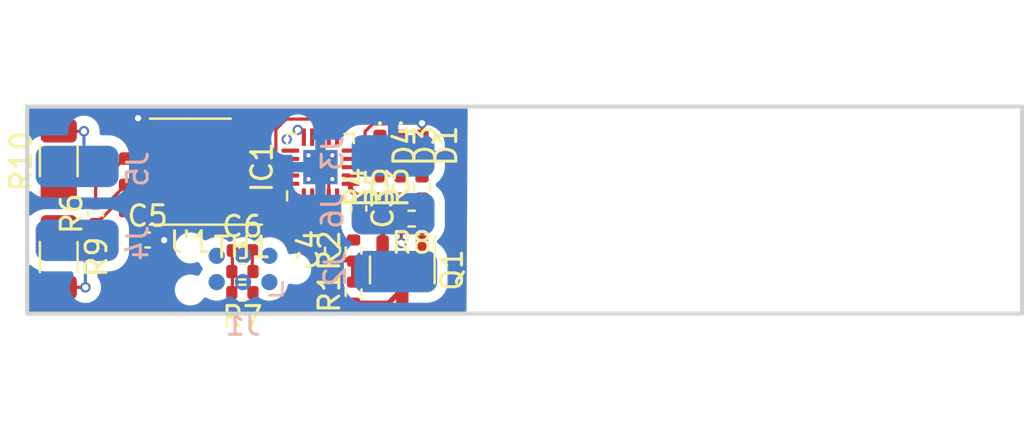
<source format=kicad_pcb>
(kicad_pcb (version 20221018) (generator pcbnew)
  (layers (0 "F.Cu" signal) (31 "B.Cu" signal) (34 "B.Paste" user) (35 "F.Paste" user) (36 "B.SilkS" user "B.Silkscreen") (37 "F.SilkS" user "F.Silkscreen") (38 "B.Mask" user) (39 "F.Mask" user) (44 "Edge.Cuts" user))
  (net 0 "")
  (net 1 "+5V")
  (net 2 "GND")
  (net 3 "Voltage")
  (net 4 "Temp")
  (net 5 "Net-(D1-A)")
  (net 6 "StateLed1")
  (net 7 "Net-(D3-A)")
  (net 8 "StateLed0")
  (net 9 "Net-(D4-A)")
  (net 10 "NRST")
  (net 14 "U2_DE")
  (net 15 "U2_RE")
  (net 18 "SWD")
  (net 21 "U2_DI")
  (net 22 "U2_RO")
  (net 23 "SCK")
  (net 25 "A")
  (net 26 "B")
  (net 27 "Net-(Q1-G)")
  (net 28 "VCC")
  (net 29 "Net-(D5-A2)")
  (net 30 "Net-(D6-A2)")
  (net 31 "WSxx")
  (footprint "Resistor_SMD:R_1206_3216Metric" (layer "F.Cu") (at 54.8132 106.774 90)
    (fp_text reference "R10" (at 0 -1.82 90) (layer "F.SilkS"))
    (fp_text value "10")
    (fp_line (start -0.727064 -0.91) (end 0.727064 -0.91) (stroke (width 0.12)) (layer "F.SilkS"))
    (fp_line (start -0.727064 0.91) (end 0.727064 0.91) (stroke (width 0.12)) (layer "F.SilkS"))
    (pad "1" smd roundrect (at -1.4625 0 90) (size 1.125 1.75) (layers "F.Cu" "F.Paste" "F.Mask") (roundrect_rratio 0.222222) (net 25 "A"))
    (pad "2" smd roundrect (at 1.4625 0 90) (size 1.125 1.75) (layers "F.Cu" "F.Paste" "F.Mask") (roundrect_rratio 0.222222) (net 30 "Net-(D6-A2)"))
  )
  (footprint "Package_DFN_QFN:QFN-20-1EP_3x3mm_P0.4mm_EP1.65x1.65mm_ThermalVias" (layer "F.Cu") (at 67.4392 107.066 90)
    (fp_text reference "IC1" (at 0 -2.82 90) (layer "F.SilkS"))
    (fp_text value "CH32V003F4U6")
    (fp_line (start -1.61 1.61) (end -1.61 1.16) (stroke (width 0.12)) (layer "F.SilkS"))
    (fp_line (start -1.16 -1.61) (end -1.61 -1.61) (stroke (width 0.12)) (layer "F.SilkS"))
    (fp_line (start -1.16 1.61) (end -1.61 1.61) (stroke (width 0.12)) (layer "F.SilkS"))
    (fp_line (start 1.16 -1.61) (end 1.61 -1.61) (stroke (width 0.12)) (layer "F.SilkS"))
    (fp_line (start 1.16 1.61) (end 1.61 1.61) (stroke (width 0.12)) (layer "F.SilkS"))
    (fp_line (start 1.61 -1.61) (end 1.61 -1.16) (stroke (width 0.12)) (layer "F.SilkS"))
    (fp_line (start 1.61 1.61) (end 1.61 1.16) (stroke (width 0.12)) (layer "F.SilkS"))
    (pad "1" smd roundrect (at -1.45 -0.8 90) (size 0.85 0.2) (layers "F.Cu" "F.Paste" "F.Mask") (net 10 "NRST"))
    (pad "2" smd roundrect (at -1.45 -0.4 90) (size 0.85 0.2) (layers "F.Cu" "F.Paste" "F.Mask"))
    (pad "3" smd roundrect (at -1.45 0 90) (size 0.85 0.2) (layers "F.Cu" "F.Paste" "F.Mask"))
    (pad "4" smd roundrect (at -1.45 0.4 90) (size 0.85 0.2) (layers "F.Cu" "F.Paste" "F.Mask") (net 2 "GND"))
    (pad "5" smd roundrect (at -1.45 0.8 90) (size 0.85 0.2) (layers "F.Cu" "F.Paste" "F.Mask"))
    (pad "6" smd roundrect (at -0.8 1.45 90) (size 0.2 0.85) (layers "F.Cu" "F.Paste" "F.Mask") (net 1 "+5V"))
    (pad "7" smd roundrect (at -0.4 1.45 90) (size 0.2 0.85) (layers "F.Cu" "F.Paste" "F.Mask") (net 31 "WSxx"))
    (pad "8" smd roundrect (at 0 1.45 90) (size 0.2 0.85) (layers "F.Cu" "F.Paste" "F.Mask") (net 8 "StateLed0"))
    (pad "9" smd roundrect (at 0.4 1.45 90) (size 0.2 0.85) (layers "F.Cu" "F.Paste" "F.Mask") (net 6 "StateLed1"))
    (pad "10" smd roundrect (at 0.8 1.45 90) (size 0.2 0.85) (layers "F.Cu" "F.Paste" "F.Mask") (net 3 "Voltage"))
    (pad "11" smd roundrect (at 1.45 0.8 90) (size 0.85 0.2) (layers "F.Cu" "F.Paste" "F.Mask") (net 14 "U2_DE"))
    (pad "12" smd roundrect (at 1.45 0.4 90) (size 0.85 0.2) (layers "F.Cu" "F.Paste" "F.Mask") (net 15 "U2_RE"))
    (pad "13" smd roundrect (at 1.45 0 90) (size 0.85 0.2) (layers "F.Cu" "F.Paste" "F.Mask"))
    (pad "14" smd roundrect (at 1.45 -0.4 90) (size 0.85 0.2) (layers "F.Cu" "F.Paste" "F.Mask"))
    (pad "15" smd roundrect (at 1.45 -0.8 90) (size 0.85 0.2) (layers "F.Cu" "F.Paste" "F.Mask") (net 18 "SWD"))
    (pad "16" smd roundrect (at 0.8 -1.45 90) (size 0.2 0.85) (layers "F.Cu" "F.Paste" "F.Mask") (net 4 "Temp"))
    (pad "17" smd roundrect (at 0.4 -1.45 90) (size 0.2 0.85) (layers "F.Cu" "F.Paste" "F.Mask"))
    (pad "18" smd roundrect (at 0 -1.45 90) (size 0.2 0.85) (layers "F.Cu" "F.Paste" "F.Mask"))
    (pad "19" smd roundrect (at -0.4 -1.45 90) (size 0.2 0.85) (layers "F.Cu" "F.Paste" "F.Mask") (net 21 "U2_DI"))
    (pad "20" smd roundrect (at -0.8 -1.45 90) (size 0.2 0.85) (layers "F.Cu" "F.Paste" "F.Mask") (net 22 "U2_RO"))
    (pad "21" thru_hole circle (at -0.575 -0.575 90) (size 0.5 0.5) (drill 0.2) (layers "*.Cu") (net 2 "GND"))
    (pad "21" thru_hole circle (at -0.575 0.575 90) (size 0.5 0.5) (drill 0.2) (layers "*.Cu") (net 2 "GND"))
    (pad "21" smd rect (at 0 0 90) (size 1.65 1.65) (layers "F.Cu" "F.Mask") (net 2 "GND"))
    (pad "21" smd rect (at 0 0 90) (size 1.65 1.65) (layers "B.Cu") (net 2 "GND"))
    (pad "21" thru_hole circle (at 0.575 -0.575 90) (size 0.5 0.5) (drill 0.2) (layers "*.Cu") (net 2 "GND"))
    (pad "21" thru_hole circle (at 0.575 0.575 90) (size 0.5 0.5) (drill 0.2) (layers "*.Cu") (net 2 "GND"))
  )
  (footprint "Resistor_SMD:R_0402_1005Metric" (layer "F.Cu") (at 71.3232 108.046 90)
    (fp_text reference "R5" (at 0 -1.17 90) (layer "F.SilkS"))
    (fp_text value "1k")
    (fp_line (start -0.153641 -0.38) (end 0.153641 -0.38) (stroke (width 0.12)) (layer "F.SilkS"))
    (fp_line (start -0.153641 0.38) (end 0.153641 0.38) (stroke (width 0.12)) (layer "F.SilkS"))
    (pad "1" smd roundrect (at -0.51 0 90) (size 0.54 0.64) (layers "F.Cu" "F.Paste" "F.Mask") (net 1 "+5V"))
    (pad "2" smd roundrect (at 0.51 0 90) (size 0.54 0.64) (layers "F.Cu" "F.Paste" "F.Mask") (net 9 "Net-(D4-A)"))
  )
  (footprint "Package_TO_SOT_SMD:SOT-23" (layer "F.Cu") (at 71.3892 112.0295 -90)
    (fp_text reference "Q1" (at 0 -2.4 90) (layer "F.SilkS"))
    (fp_text value "AO3401A")
    (fp_line (start 0 -1.56) (end -1.675 -1.56) (stroke (width 0.12)) (layer "F.SilkS"))
    (fp_line (start 0 -1.56) (end 0.65 -1.56) (stroke (width 0.12)) (layer "F.SilkS"))
    (fp_line (start 0 1.56) (end -0.65 1.56) (stroke (width 0.12)) (layer "F.SilkS"))
    (fp_line (start 0 1.56) (end 0.65 1.56) (stroke (width 0.12)) (layer "F.SilkS"))
    (pad "1" smd roundrect (at -0.9375 -0.95 270) (size 1.475 0.6) (layers "F.Cu" "F.Paste" "F.Mask") (net 27 "Net-(Q1-G)"))
    (pad "2" smd roundrect (at -0.9375 0.95 270) (size 1.475 0.6) (layers "F.Cu" "F.Paste" "F.Mask") (net 1 "+5V"))
    (pad "3" smd roundrect (at 0.9375 0 270) (size 1.475 0.6) (layers "F.Cu" "F.Paste" "F.Mask") (net 28 "VCC"))
  )
  (footprint "Capacitor_SMD:C_0402_1005Metric" (layer "F.Cu") (at 63.6732 111.092)
    (fp_text reference "C6" (at 0 -1.16) (layer "F.SilkS"))
    (fp_text value "100n")
    (fp_line (start -0.107836 -0.36) (end 0.107836 -0.36) (stroke (width 0.12)) (layer "F.SilkS"))
    (fp_line (start -0.107836 0.36) (end 0.107836 0.36) (stroke (width 0.12)) (layer "F.SilkS"))
    (pad "1" smd roundrect (at -0.48 0) (size 0.56 0.62) (layers "F.Cu" "F.Paste" "F.Mask") (net 4 "Temp"))
    (pad "2" smd roundrect (at 0.48 0) (size 0.56 0.62) (layers "F.Cu" "F.Paste" "F.Mask") (net 2 "GND"))
  )
  (footprint "Capacitor_SMD:C_0402_1005Metric" (layer "F.Cu") (at 59.1032 110.584)
    (fp_text reference "C5" (at 0 -1.16) (layer "F.SilkS"))
    (fp_text value "100n")
    (fp_line (start -0.107836 -0.36) (end 0.107836 -0.36) (stroke (width 0.12)) (layer "F.SilkS"))
    (fp_line (start -0.107836 0.36) (end 0.107836 0.36) (stroke (width 0.12)) (layer "F.SilkS"))
    (pad "1" smd roundrect (at -0.48 0) (size 0.56 0.62) (layers "F.Cu" "F.Paste" "F.Mask") (net 1 "+5V"))
    (pad "2" smd roundrect (at 0.48 0) (size 0.56 0.62) (layers "F.Cu" "F.Paste" "F.Mask") (net 2 "GND"))
  )
  (footprint "Resistor_SMD:R_1206_3216Metric" (layer "F.Cu") (at 54.8132 111.4075 -90)
    (fp_text reference "R9" (at 0 -1.82 90) (layer "F.SilkS"))
    (fp_text value "10")
    (fp_line (start -0.727064 -0.91) (end 0.727064 -0.91) (stroke (width 0.12)) (layer "F.SilkS"))
    (fp_line (start -0.727064 0.91) (end 0.727064 0.91) (stroke (width 0.12)) (layer "F.SilkS"))
    (pad "1" smd roundrect (at -1.4625 0 270) (size 1.125 1.75) (layers "F.Cu" "F.Paste" "F.Mask") (roundrect_rratio 0.222222) (net 26 "B"))
    (pad "2" smd roundrect (at 1.4625 0 270) (size 1.125 1.75) (layers "F.Cu" "F.Paste" "F.Mask") (roundrect_rratio 0.222222) (net 29 "Net-(D5-A2)"))
  )
  (footprint "LED_SMD:LED_0402_1005Metric" (layer "F.Cu") (at 70.3072 106.033 -90)
    (fp_text reference "D4" (at 0 -1.17 90) (layer "F.SilkS"))
    (fp_text value "S2")
    (fp_circle (center -1.09 0) (end -1.04 0) (stroke (width 0.1)) (fill none) (layer "F.SilkS"))
    (pad "1" smd roundrect (at -0.485 0 270) (size 0.59 0.64) (layers "F.Cu" "F.Paste" "F.Mask") (net 8 "StateLed0"))
    (pad "2" smd roundrect (at 0.485 0 270) (size 0.59 0.64) (layers "F.Cu" "F.Paste" "F.Mask") (net 9 "Net-(D4-A)"))
  )
  (footprint "Package_SO:SOIC-8_3.9x4.9mm_P1.27mm" (layer "F.Cu") (at 61.1632 107.282 180)
    (fp_text reference "U1" (at 0 -3.4) (layer "F.SilkS"))
    (fp_text value "MAX485E")
    (fp_line (start 0 -2.56) (end -3.45 -2.56) (stroke (width 0.12)) (layer "F.SilkS"))
    (fp_line (start 0 -2.56) (end 1.95 -2.56) (stroke (width 0.12)) (layer "F.SilkS"))
    (fp_line (start 0 2.56) (end -1.95 2.56) (stroke (width 0.12)) (layer "F.SilkS"))
    (fp_line (start 0 2.56) (end 1.95 2.56) (stroke (width 0.12)) (layer "F.SilkS"))
    (pad "1" smd roundrect (at -2.475 -1.905 180) (size 1.95 0.6) (layers "F.Cu" "F.Paste" "F.Mask") (net 22 "U2_RO"))
    (pad "2" smd roundrect (at -2.475 -0.635 180) (size 1.95 0.6) (layers "F.Cu" "F.Paste" "F.Mask") (net 15 "U2_RE"))
    (pad "3" smd roundrect (at -2.475 0.635 180) (size 1.95 0.6) (layers "F.Cu" "F.Paste" "F.Mask") (net 14 "U2_DE"))
    (pad "4" smd roundrect (at -2.475 1.905 180) (size 1.95 0.6) (layers "F.Cu" "F.Paste" "F.Mask") (net 21 "U2_DI"))
    (pad "5" smd roundrect (at 2.475 1.905 180) (size 1.95 0.6) (layers "F.Cu" "F.Paste" "F.Mask") (net 2 "GND"))
    (pad "6" smd roundrect (at 2.475 0.635 180) (size 1.95 0.6) (layers "F.Cu" "F.Paste" "F.Mask") (net 25 "A"))
    (pad "7" smd roundrect (at 2.475 -0.635 180) (size 1.95 0.6) (layers "F.Cu" "F.Paste" "F.Mask") (net 26 "B"))
    (pad "8" smd roundrect (at 2.475 -1.905 180) (size 1.95 0.6) (layers "F.Cu" "F.Paste" "F.Mask") (net 1 "+5V"))
  )
  (footprint "Resistor_SMD:R_0402_1005Metric" (layer "F.Cu") (at 72.3392 108.046 90)
    (fp_text reference "R3" (at 0 -1.17 90) (layer "F.SilkS"))
    (fp_text value "1k")
    (fp_line (start -0.153641 -0.38) (end 0.153641 -0.38) (stroke (width 0.12)) (layer "F.SilkS"))
    (fp_line (start -0.153641 0.38) (end 0.153641 0.38) (stroke (width 0.12)) (layer "F.SilkS"))
    (pad "1" smd roundrect (at -0.51 0 90) (size 0.54 0.64) (layers "F.Cu" "F.Paste" "F.Mask") (net 1 "+5V"))
    (pad "2" smd roundrect (at 0.51 0 90) (size 0.54 0.64) (layers "F.Cu" "F.Paste" "F.Mask") (net 5 "Net-(D1-A)"))
  )
  (footprint "LED_SMD:LED_0402_1005Metric" (layer "F.Cu") (at 71.3232 106.033 -90)
    (fp_text reference "D3" (at 0 -1.17 90) (layer "F.SilkS"))
    (fp_text value "S1")
    (fp_circle (center -1.09 0) (end -1.04 0) (stroke (width 0.1)) (fill none) (layer "F.SilkS"))
    (pad "1" smd roundrect (at -0.485 0 270) (size 0.59 0.64) (layers "F.Cu" "F.Paste" "F.Mask") (net 6 "StateLed1"))
    (pad "2" smd roundrect (at 0.485 0 270) (size 0.59 0.64) (layers "F.Cu" "F.Paste" "F.Mask") (net 7 "Net-(D3-A)"))
  )
  (footprint "Resistor_SMD:R_0402_1005Metric" (layer "F.Cu") (at 71.8392 109.55 180)
    (fp_text reference "R8" (at 0 -1.17) (layer "F.SilkS"))
    (fp_text value "100k")
    (fp_line (start -0.153641 -0.38) (end 0.153641 -0.38) (stroke (width 0.12)) (layer "F.SilkS"))
    (fp_line (start -0.153641 0.38) (end 0.153641 0.38) (stroke (width 0.12)) (layer "F.SilkS"))
    (pad "1" smd roundrect (at -0.51 0 180) (size 0.54 0.64) (layers "F.Cu" "F.Paste" "F.Mask") (net 27 "Net-(Q1-G)"))
    (pad "2" smd roundrect (at 0.51 0 180) (size 0.54 0.64) (layers "F.Cu" "F.Paste" "F.Mask") (net 2 "GND"))
  )
  (footprint "LED_SMD:LED_0402_1005Metric" (layer "F.Cu") (at 72.3392 106.037 -90)
    (fp_text reference "D1" (at 0 -1.17 90) (layer "F.SilkS"))
    (fp_text value "PWR")
    (fp_circle (center -1.09 0) (end -1.04 0) (stroke (width 0.1)) (fill none) (layer "F.SilkS"))
    (pad "1" smd roundrect (at -0.485 0 270) (size 0.59 0.64) (layers "F.Cu" "F.Paste" "F.Mask") (net 2 "GND"))
    (pad "2" smd roundrect (at 0.485 0 270) (size 0.59 0.64) (layers "F.Cu" "F.Paste" "F.Mask") (net 5 "Net-(D1-A)"))
  )
  (footprint "Resistor_SMD:R_0402_1005Metric" (layer "F.Cu") (at 63.6732 113.124 180)
    (fp_text reference "R7" (at 0 -1.17) (layer "F.SilkS"))
    (fp_text value "100k")
    (fp_line (start -0.153641 -0.38) (end 0.153641 -0.38) (stroke (width 0.12)) (layer "F.SilkS"))
    (fp_line (start -0.153641 0.38) (end 0.153641 0.38) (stroke (width 0.12)) (layer "F.SilkS"))
    (pad "1" smd roundrect (at -0.51 0 180) (size 0.54 0.64) (layers "F.Cu" "F.Paste" "F.Mask") (net 1 "+5V"))
    (pad "2" smd roundrect (at 0.51 0 180) (size 0.54 0.64) (layers "F.Cu" "F.Paste" "F.Mask") (net 4 "Temp"))
  )
  (footprint "Capacitor_SMD:C_0402_1005Metric" (layer "F.Cu") (at 68.0212 111.064 90)
    (fp_text reference "C4" (at 0 -1.16 90) (layer "F.SilkS"))
    (fp_text value "100n")
    (fp_line (start -0.107836 -0.36) (end 0.107836 -0.36) (stroke (width 0.12)) (layer "F.SilkS"))
    (fp_line (start -0.107836 0.36) (end 0.107836 0.36) (stroke (width 0.12)) (layer "F.SilkS"))
    (pad "1" smd roundrect (at -0.48 0 90) (size 0.56 0.62) (layers "F.Cu" "F.Paste" "F.Mask") (net 3 "Voltage"))
    (pad "2" smd roundrect (at 0.48 0 90) (size 0.56 0.62) (layers "F.Cu" "F.Paste" "F.Mask") (net 2 "GND"))
  )
  (footprint "Resistor_SMD:R_0402_1005Metric" (layer "F.Cu") (at 69.0372 113.124 90)
    (fp_text reference "R1" (at 0 -1.17 90) (layer "F.SilkS"))
    (fp_text value "1M")
    (fp_line (start -0.153641 -0.38) (end 0.153641 -0.38) (stroke (width 0.12)) (layer "F.SilkS"))
    (fp_line (start -0.153641 0.38) (end 0.153641 0.38) (stroke (width 0.12)) (layer "F.SilkS"))
    (pad "1" smd roundrect (at -0.51 0 90) (size 0.54 0.64) (layers "F.Cu" "F.Paste" "F.Mask") (net 28 "VCC"))
    (pad "2" smd roundrect (at 0.51 0 90) (size 0.54 0.64) (layers "F.Cu" "F.Paste" "F.Mask") (net 3 "Voltage"))
  )
  (footprint "Resistor_SMD:R_0402_1005Metric" (layer "F.Cu") (at 70.3072 108.046 90)
    (fp_text reference "R4" (at 0 -1.17 90) (layer "F.SilkS"))
    (fp_text value "1k")
    (fp_line (start -0.153641 -0.38) (end 0.153641 -0.38) (stroke (width 0.12)) (layer "F.SilkS"))
    (fp_line (start -0.153641 0.38) (end 0.153641 0.38) (stroke (width 0.12)) (layer "F.SilkS"))
    (pad "1" smd roundrect (at -0.51 0 90) (size 0.54 0.64) (layers "F.Cu" "F.Paste" "F.Mask") (net 1 "+5V"))
    (pad "2" smd roundrect (at 0.51 0 90) (size 0.54 0.64) (layers "F.Cu" "F.Paste" "F.Mask") (net 7 "Net-(D3-A)"))
  )
  (footprint "Resistor_SMD:R_0402_1005Metric" (layer "F.Cu") (at 63.6732 112.108)
    (fp_text reference "TH1" (at 0 -1.17) (layer "F.SilkS"))
    (fp_text value "Thermistor_NTC")
    (fp_line (start -0.153641 -0.38) (end 0.153641 -0.38) (stroke (width 0.12)) (layer "F.SilkS"))
    (fp_line (start -0.153641 0.38) (end 0.153641 0.38) (stroke (width 0.12)) (layer "F.SilkS"))
    (pad "1" smd roundrect (at -0.51 0) (size 0.54 0.64) (layers "F.Cu" "F.Paste" "F.Mask") (net 4 "Temp"))
    (pad "2" smd roundrect (at 0.51 0) (size 0.54 0.64) (layers "F.Cu" "F.Paste" "F.Mask") (net 2 "GND"))
  )
  (footprint "Capacitor_SMD:C_0402_1005Metric" (layer "F.Cu") (at 69.2912 109.06 -90)
    (fp_text reference "C3" (at 0 -1.16 90) (layer "F.SilkS"))
    (fp_text value "100n")
    (fp_line (start -0.107836 -0.36) (end 0.107836 -0.36) (stroke (width 0.12)) (layer "F.SilkS"))
    (fp_line (start -0.107836 0.36) (end 0.107836 0.36) (stroke (width 0.12)) (layer "F.SilkS"))
    (pad "1" smd roundrect (at -0.48 0 270) (size 0.56 0.62) (layers "F.Cu" "F.Paste" "F.Mask") (net 1 "+5V"))
    (pad "2" smd roundrect (at 0.48 0 270) (size 0.56 0.62) (layers "F.Cu" "F.Paste" "F.Mask") (net 2 "GND"))
  )
  (footprint "Capacitor_SMD:C_0402_1005Metric" (layer "F.Cu") (at 56.5912 109.314 90)
    (fp_text reference "R6" (at 0 -1.16 90) (layer "F.SilkS"))
    (fp_text value "120")
    (fp_line (start -0.107836 -0.36) (end 0.107836 -0.36) (stroke (width 0.12)) (layer "F.SilkS"))
    (fp_line (start -0.107836 0.36) (end 0.107836 0.36) (stroke (width 0.12)) (layer "F.SilkS"))
    (pad "1" smd roundrect (at -0.48 0 90) (size 0.56 0.62) (layers "F.Cu" "F.Paste" "F.Mask") (net 26 "B"))
    (pad "2" smd roundrect (at 0.48 0 90) (size 0.56 0.62) (layers "F.Cu" "F.Paste" "F.Mask") (net 25 "A"))
  )
  (footprint "Resistor_SMD:R_0402_1005Metric" (layer "F.Cu") (at 69.0372 111.092 90)
    (fp_text reference "R2" (at 0 -1.17 90) (layer "F.SilkS"))
    (fp_text value "270k")
    (fp_line (start -0.153641 -0.38) (end 0.153641 -0.38) (stroke (width 0.12)) (layer "F.SilkS"))
    (fp_line (start -0.153641 0.38) (end 0.153641 0.38) (stroke (width 0.12)) (layer "F.SilkS"))
    (pad "1" smd roundrect (at -0.51 0 90) (size 0.54 0.64) (layers "F.Cu" "F.Paste" "F.Mask") (net 3 "Voltage"))
    (pad "2" smd roundrect (at 0.51 0 90) (size 0.54 0.64) (layers "F.Cu" "F.Paste" "F.Mask") (net 2 "GND"))
  )
  (footprint "Techbeard:SolderWirePad_1x01_SMD_2x4mm" (layer "B.Cu") (at 55.7022 107.028 90)
    (fp_text reference "J5" (at -0.127 2.921 90) (layer "B.SilkS") (effects (justify mirror)))
    (fp_text value "Conn_01x01_Socket")
    (pad "1" smd roundrect (at 0 0 90) (size 2 4) (layers "B.Cu" "B.Paste" "B.Mask") (net 30 "Net-(D6-A2)"))
  )
  (footprint "Techbeard:SolderWirePad_1x01_SMD_2x4mm" (layer "B.Cu") (at 70.9422 106.52 -90)
    (fp_text reference "J3" (at -0.127 2.921 90) (layer "B.SilkS") (effects (justify mirror)))
    (fp_text value "Conn_01x01_Socket")
    (pad "1" smd roundrect (at 0 0 270) (size 2 4) (layers "B.Cu" "B.Paste" "B.Mask") (net 2 "GND"))
  )
  (footprint "Techbeard:SolderWirePad_1x01_SMD_2x4mm" (layer "B.Cu") (at 70.9422 109.314 -90)
    (fp_text reference "J6" (at -0.127 2.921 90) (layer "B.SilkS") (effects (justify mirror)))
    (fp_text value "Conn_01x01_Socket")
    (pad "1" smd roundrect (at 0 0 270) (size 2 4) (layers "B.Cu" "B.Paste" "B.Mask") (net 31 "WSxx"))
  )
  (footprint "Techbeard:SolderWirePad_1x01_SMD_2x4mm" (layer "B.Cu") (at 71.0692 112.108 -90)
    (fp_text reference "J2" (at -0.127 2.921 90) (layer "B.SilkS") (effects (justify mirror)))
    (fp_text value "Conn_01x01_Socket")
    (pad "1" smd roundrect (at 0 0 270) (size 2 4) (layers "B.Cu" "B.Paste" "B.Mask") (net 28 "VCC"))
  )
  (footprint "Connector:Tag-Connect_TC2030-IDC-NL_2x03_P1.27mm_Vertical" (layer "B.Cu") (at 63.7032 111.981 180)
    (fp_text reference "J1" (at 0 -2.7) (layer "B.SilkS") (effects (justify mirror)))
    (fp_text value "TagConnect")
    (fp_line (start -1.905 -1.27) (end -1.905 -0.635) (stroke (width 0.12)) (layer "B.SilkS"))
    (fp_line (start -1.27 -1.27) (end -1.905 -1.27) (stroke (width 0.12)) (layer "B.SilkS"))
    (pad "" np_thru_hole circle (at -2.54 0 180) (size 0.9906 0.9906) (drill 0.9906) (layers "*.Cu" "*.Mask"))
    (pad "" np_thru_hole circle (at 2.54 -1.016 180) (size 0.9906 0.9906) (drill 0.9906) (layers "*.Cu" "*.Mask"))
    (pad "" np_thru_hole circle (at 2.54 1.016 180) (size 0.9906 0.9906) (drill 0.9906) (layers "*.Cu" "*.Mask"))
    (pad "1" connect circle (at -1.27 -0.635 180) (size 0.7874 0.7874) (layers "B.Cu" "B.Mask") (net 1 "+5V"))
    (pad "2" connect circle (at -1.27 0.635 180) (size 0.7874 0.7874) (layers "B.Cu" "B.Mask") (net 18 "SWD"))
    (pad "3" connect circle (at 0 -0.635 180) (size 0.7874 0.7874) (layers "B.Cu" "B.Mask") (net 10 "NRST"))
    (pad "4" connect circle (at 0 0.635 180) (size 0.7874 0.7874) (layers "B.Cu" "B.Mask") (net 23 "SCK"))
    (pad "5" connect circle (at 1.27 -0.635 180) (size 0.7874 0.7874) (layers "B.Cu" "B.Mask") (net 2 "GND"))
    (pad "6" connect circle (at 1.27 0.635 180) (size 0.7874 0.7874) (layers "B.Cu" "B.Mask"))
    (zone (net 0) (net_name "") (layer "B.Cu") (connect_pads (clearance 0)) (min_thickness 0.254)
      (keepout (tracks allowed) (vias not_allowed) (pads allowed) (copperpour not_allowed) (footprints not_allowed))
      (fill (thermal_gap 0.508) (thermal_bridge_width 0.508))
      (polygon (pts (xy 62.4332 111.346) (xy 64.9732 111.346) (xy 64.9732 112.616) (xy 62.4332 112.616)))
    )
  )
  (footprint "Techbeard:SolderWirePad_1x01_SMD_2x4mm" (layer "B.Cu") (at 55.7022 110.598 90)
    (fp_text reference "J4" (at -0.127 2.921 90) (layer "B.SilkS") (effects (justify mirror)))
    (fp_text value "Conn_01x01_Socket")
    (pad "1" smd roundrect (at 0 0 90) (size 2 4) (layers "B.Cu" "B.Paste" "B.Mask") (net 29 "Net-(D5-A2)"))
  )
  (gr_rect (start 53.2892 104.14) (end 101.2892 114.14) (stroke (width 0.2)) (fill none) (layer "Edge.Cuts"))
  (segment (start 58.6232 110.584) (end 58.6232 109.252) (width 0.1524) (layer "F.Cu") (net 1))
  (segment (start 72.3392 108.556) (end 69.3152 108.556) (width 0.25) (layer "F.Cu") (net 1))
  (segment (start 58.6232 109.252) (end 58.6882 109.187) (width 0.1524) (layer "F.Cu") (net 1))
  (segment (start 70.4392 111.092) (end 70.4392 108.688) (width 0.25) (layer "F.Cu") (net 1))
  (segment (start 69.2912 108.552) (end 68.8892 108.15) (width 0.25) (layer "F.Cu") (net 1))
  (segment (start 68.8892 108.15) (end 68.8892 107.891) (width 0.25) (layer "F.Cu") (net 1))
  (segment (start 70.4392 108.688) (end 70.3072 108.556) (width 0.25) (layer "F.Cu") (net 1))
  (segment (start 69.2912 108.58) (end 69.2912 108.552) (width 0.25) (layer "F.Cu") (net 1))
  (segment (start 69.3152 108.556) (end 69.2912 108.58) (width 0.25) (layer "F.Cu") (net 1))
  (segment (start 71.3392 110.73) (end 71.3392 109.56) (width 0.1524) (layer "F.Cu") (net 2))
  (segment (start 67.8392 107.816) (end 68.0142 107.641) (width 0.1524) (layer "F.Cu") (net 2))
  (segment (start 72.3392 104.94) (end 72.3392 105.552) (width 0.1524) (layer "F.Cu") (net 2))
  (segment (start 64.1532 111.092) (end 64.1532 112.078) (width 0.1524) (layer "F.Cu") (net 2))
  (segment (start 58.6392 104.7) (end 58.6392 105.328) (width 0.1524) (layer "F.Cu") (net 2))
  (segment (start 67.8392 108.516) (end 67.8392 107.816) (width 0.1524) (layer "F.Cu") (net 2))
  (segment (start 58.6392 105.328) (end 58.6882 105.377) (width 0.1524) (layer "F.Cu") (net 2))
  (segment (start 64.1532 112.078) (end 64.1832 112.108) (width 0.1524) (layer "F.Cu") (net 2))
  (segment (start 71.3392 109.56) (end 71.3292 109.55) (width 0.1524) (layer "F.Cu") (net 2))
  (via (at 72.3392 104.94) (size 0.5) (drill 0.3) (layers "F.Cu" "B.Cu") (net 2))
  (via (at 71.3392 110.73) (size 0.5) (drill 0.3) (layers "F.Cu" "B.Cu") (net 2))
  (via (at 59.8992 110.59) (size 0.5) (drill 0.3) (layers "F.Cu" "B.Cu") (net 2))
  (via (at 58.6392 104.7) (size 0.5) (drill 0.3) (layers "F.Cu" "B.Cu") (net 2))
  (segment (start 68.0212 111.544) (end 68.9792 111.544) (width 0.25) (layer "F.Cu") (net 3))
  (segment (start 69.0372 112.614) (end 69.0372 111.602) (width 0.25) (layer "F.Cu") (net 3))
  (segment (start 68.9792 111.544) (end 69.0372 111.602) (width 0.25) (layer "F.Cu") (net 3))
  (segment (start 68.9892 112.662) (end 69.0372 112.614) (width 0.25) (layer "F.Cu") (net 3))
  (segment (start 63.1932 113.094) (end 63.1632 113.124) (width 0.1524) (layer "F.Cu") (net 4))
  (segment (start 63.1932 111.092) (end 63.1932 113.094) (width 0.1524) (layer "F.Cu") (net 4))
  (via (at 65.8137 105.72) (size 0.5) (drill 0.3) (layers "F.Cu" "B.Cu") (net 4))
  (segment (start 72.3392 106.522) (end 72.3392 107.536) (width 0.25) (layer "F.Cu") (net 5))
  (segment (start 69.5904 106.451116) (end 69.375516 106.666) (width 0.1524) (layer "F.Cu") (net 6))
  (segment (start 69.5904 105.345598) (end 69.5904 106.451116) (width 0.1524) (layer "F.Cu") (net 6))
  (segment (start 69.959198 104.9768) (end 69.5904 105.345598) (width 0.1524) (layer "F.Cu") (net 6))
  (segment (start 70.736 104.9768) (end 69.959198 104.9768) (width 0.1524) (layer "F.Cu") (net 6))
  (segment (start 71.3232 105.548) (end 71.3072 105.548) (width 0.1524) (layer "F.Cu") (net 6))
  (segment (start 69.375516 106.666) (end 68.8892 106.666) (width 0.1524) (layer "F.Cu") (net 6))
  (segment (start 71.3072 105.548) (end 70.736 104.9768) (width 0.1524) (layer "F.Cu") (net 6))
  (segment (start 69.473884 107.066) (end 69.711 106.828884) (width 0.1524) (layer "F.Cu") (net 8))
  (segment (start 68.8892 107.066) (end 69.473884 107.066) (width 0.1524) (layer "F.Cu") (net 8))
  (segment (start 71.3232 106.518) (end 71.3232 107.536) (width 0.25) (layer "F.Cu") (net 9))
  (segment (start 70.3072 106.518) (end 70.3072 107.536) (width 0.25) (layer "F.Cu") (net 9))
  (segment (start 68.2392 105.616) (end 68.2392 104.969632) (width 0.1524) (layer "F.Cu") (net 14))
  (segment (start 64.4922 106.647) (end 63.6382 106.647) (width 0.1524) (layer "F.Cu") (net 14))
  (segment (start 64.9356 106.2036) (end 64.4922 106.647) (width 0.1524) (layer "F.Cu") (net 14))
  (segment (start 67.659168 104.3896) (end 65.6396 104.3896) (width 0.1524) (layer "F.Cu") (net 14))
  (segment (start 68.2392 104.969632) (end 67.659168 104.3896) (width 0.1524) (layer "F.Cu") (net 14))
  (segment (start 65.6396 104.3896) (end 64.9356 105.0936) (width 0.1524) (layer "F.Cu") (net 14))
  (segment (start 64.9356 105.0936) (end 64.9356 106.2036) (width 0.1524) (layer "F.Cu") (net 14))
  (segment (start 63.945938 107.917) (end 63.6382 107.917) (width 0.1524) (layer "F.Cu") (net 15))
  (segment (start 65.288 106.574938) (end 63.945938 107.917) (width 0.1524) (layer "F.Cu") (net 15))
  (segment (start 65.288 105.239568) (end 65.288 106.574938) (width 0.1524) (layer "F.Cu") (net 15))
  (segment (start 67.8392 105.616) (end 67.8392 105.068) (width 0.1524) (layer "F.Cu") (net 15))
  (segment (start 65.785568 104.742) (end 65.288 105.239568) (width 0.1524) (layer "F.Cu") (net 15))
  (segment (start 67.8392 105.068) (end 67.5132 104.742) (width 0.1524) (layer "F.Cu") (net 15))
  (segment (start 67.5132 104.742) (end 65.785568 104.742) (width 0.1524) (layer "F.Cu") (net 15))
  (via (at 66.347297 105.2677) (size 0.5) (drill 0.3) (layers "F.Cu" "B.Cu") (net 18))
  (segment (start 65.336721 107.466) (end 64.8894 107.913321) (width 0.1524) (layer "F.Cu") (net 21))
  (segment (start 62.695462 108.552) (end 62.1792 108.035738) (width 0.1524) (layer "F.Cu") (net 21))
  (segment (start 64.580938 108.552) (end 62.695462 108.552) (width 0.1524) (layer "F.Cu") (net 21))
  (segment (start 65.9892 107.466) (end 65.336721 107.466) (width 0.1524) (layer "F.Cu") (net 21))
  (segment (start 62.1792 106.266) (end 63.0682 105.377) (width 0.1524) (layer "F.Cu") (net 21))
  (segment (start 62.1792 108.035738) (end 62.1792 106.266) (width 0.1524) (layer "F.Cu") (net 21))
  (segment (start 63.0682 105.377) (end 63.6382 105.377) (width 0.1524) (layer "F.Cu") (net 21))
  (segment (start 64.8894 108.243538) (end 64.580938 108.552) (width 0.1524) (layer "F.Cu") (net 21))
  (segment (start 64.8894 107.913321) (end 64.8894 108.243538) (width 0.1524) (layer "F.Cu") (net 21))
  (segment (start 65.2418 108.6717) (end 64.7265 109.187) (width 0.1524) (layer "F.Cu") (net 22))
  (segment (start 65.2418 108.059289) (end 65.2418 108.6717) (width 0.1524) (layer "F.Cu") (net 22))
  (segment (start 64.7265 109.187) (end 63.6382 109.187) (width 0.1524) (layer "F.Cu") (net 22))
  (segment (start 65.435089 107.866) (end 65.2418 108.059289) (width 0.1524) (layer "F.Cu") (net 22))
  (segment (start 65.9892 107.866) (end 65.435089 107.866) (width 0.1524) (layer "F.Cu") (net 22))
  (segment (start 55.7832 108.834) (end 56.5912 108.834) (width 0.1524) (layer "F.Cu") (net 25))
  (segment (start 56.5912 108.834) (end 56.5912 108.048) (width 0.1524) (layer "F.Cu") (net 25))
  (segment (start 55.1857 108.2365) (end 55.7832 108.834) (width 0.1524) (layer "F.Cu") (net 25))
  (segment (start 57.9922 106.647) (end 58.6882 106.647) (width 0.1524) (layer "F.Cu") (net 25))
  (segment (start 54.8132 108.2365) (end 55.1857 108.2365) (width 0.1524) (layer "F.Cu") (net 25))
  (segment (start 56.5912 108.048) (end 57.9922 106.647) (width 0.1524) (layer "F.Cu") (net 25))
  (segment (start 57.3592 109.06) (end 57.3592 108.61) (width 0.1524) (layer "F.Cu") (net 26))
  (segment (start 54.9482 109.81) (end 56.5752 109.81) (width 0.1524) (layer "F.Cu") (net 26))
  (segment (start 57.3592 108.61) (end 58.0522 107.917) (width 0.1524) (layer "F.Cu") (net 26))
  (segment (start 54.8132 109.945) (end 54.9482 109.81) (width 0.1524) (layer "F.Cu") (net 26))
  (segment (start 56.5912 109.794) (end 56.6252 109.794) (width 0.1524) (layer "F.Cu") (net 26))
  (segment (start 56.5752 109.81) (end 56.5912 109.794) (width 0.1524) (layer "F.Cu") (net 26))
  (segment (start 58.0522 107.917) (end 58.6882 107.917) (width 0.1524) (layer "F.Cu") (net 26))
  (segment (start 56.6252 109.794) (end 57.3592 109.06) (width 0.1524) (layer "F.Cu") (net 26))
  (segment (start 72.3492 109.55) (end 72.3392 109.56) (width 0.1524) (layer "F.Cu") (net 27))
  (segment (start 72.3392 109.56) (end 72.3392 111.092) (width 0.1524) (layer "F.Cu") (net 27))
  (segment (start 70.7222 113.634) (end 71.3892 112.967) (width 0.25) (layer "F.Cu") (net 28))
  (segment (start 69.0372 113.634) (end 70.7222 113.634) (width 0.25) (layer "F.Cu") (net 28))
  (segment (start 56.0992 112.87) (end 54.8132 112.87) (width 0.1524) (layer "F.Cu") (net 29))
  (via (at 56.0992 112.87) (size 0.5) (drill 0.3) (layers "F.Cu" "B.Cu") (net 29))
  (segment (start 56.0992 112.87) (end 56.0992 110.995) (width 0.1524) (layer "B.Cu") (net 29))
  (segment (start 56.0992 110.995) (end 55.7022 110.598) (width 0.1524) (layer "B.Cu") (net 29))
  (segment (start 56.0292 105.33) (end 54.8317 105.33) (width 0.1524) (layer "F.Cu") (net 30))
  (segment (start 54.8317 105.33) (end 54.8132 105.3115) (width 0.1524) (layer "F.Cu") (net 30))
  (via (at 56.0292 105.33) (size 0.5) (drill 0.3) (layers "F.Cu" "B.Cu") (net 30))
  (segment (start 56.0292 106.701) (end 55.7022 107.028) (width 0.1524) (layer "B.Cu") (net 30))
  (segment (start 56.0292 105.33) (end 56.0292 106.701) (width 0.1524) (layer "B.Cu") (net 30))
  (zone (net 2) (net_name "GND") (layer "B.Cu") (connect_pads (clearance 0.5)) (min_thickness 0.25) (fill yes (thermal_gap 0.5) (thermal_bridge_width 0.5))
    (polygon (pts (xy 52.1592 103.16) (xy 74.5492 103.44) (xy 74.4792 115.07) (xy 51.9792 115.39)))
  )
)
</source>
